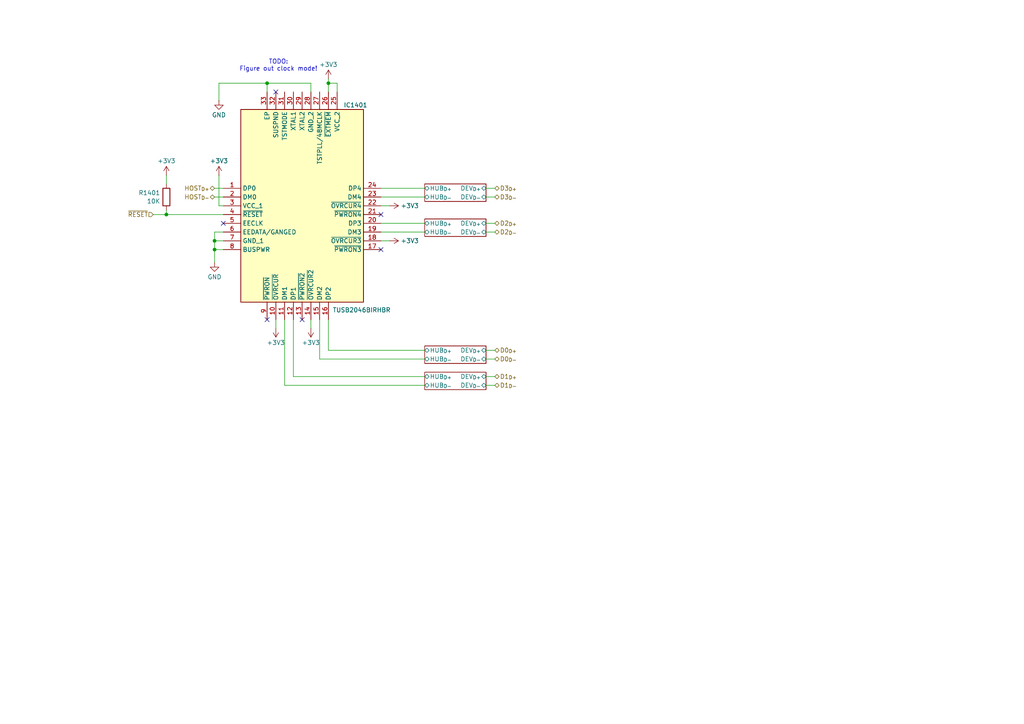
<source format=kicad_sch>
(kicad_sch (version 20231120) (generator "eeschema") (generator_version "8.0")
  (paper "A4")
  (lib_symbols
    (symbol "Device:R" (pin_numbers hide) (pin_names (offset 0))
      (property "Reference" "R" (at 2.032 0 90))
      (property "Value" "R" (at 0 0 90))
      (symbol "R_0_1"
        (rectangle (start -1.016 -2.54) (end 1.016 2.54) (stroke (width 0.254)))
      )
      (symbol "R_1_1"
        (pin passive line (at 0 3.81 270) (length 1.27) (name "~") (number "1"))
        (pin passive line (at 0 -3.81 90) (length 1.27) (name "~") (number "2"))
      )
    )
    (symbol "Home Computer:TUSB2046BIRHBR"
      (property "Reference" "IC901" (at 38.354 24.13 0))
      (property "Value" "TUSB2046BIRHBR" (at 40.132 -35.306 0))
      (symbol "TUSB2046BIRHBR_1_1"
        (rectangle (start 5.08 22.86) (end 40.64 -33.02) (stroke (width 0.254)) (fill (type background)))
        (pin passive line (at 0 0 0) (length 5.08) (name "DP0") (number "1"))
        (pin passive line (at 15.24 -38.1 90) (length 5.08) (name "~{OVRCUR}") (number "10"))
        (pin passive line (at 17.78 -38.1 90) (length 5.08) (name "DM1") (number "11"))
        (pin passive line (at 20.32 -38.1 90) (length 5.08) (name "DP1") (number "12"))
        (pin passive line (at 22.86 -38.1 90) (length 5.08) (name "~{PWRON2}") (number "13"))
        (pin passive line (at 25.4 -38.1 90) (length 5.08) (name "~{OVRCUR2}") (number "14"))
        (pin passive line (at 27.94 -38.1 90) (length 5.08) (name "DM2") (number "15"))
        (pin passive line (at 30.48 -38.1 90) (length 5.08) (name "DP2") (number "16"))
        (pin passive line (at 45.72 -17.78 180) (length 5.08) (name "~{PWRON3}") (number "17"))
        (pin passive line (at 45.72 -15.24 180) (length 5.08) (name "~{OVRCUR3}") (number "18"))
        (pin passive line (at 45.72 -12.7 180) (length 5.08) (name "DM3") (number "19"))
        (pin passive line (at 0 -2.54 0) (length 5.08) (name "DM0") (number "2"))
        (pin passive line (at 45.72 -10.16 180) (length 5.08) (name "DP3") (number "20"))
        (pin passive line (at 45.72 -7.62 180) (length 5.08) (name "~{PWRON4}") (number "21"))
        (pin passive line (at 45.72 -5.08 180) (length 5.08) (name "~{OVRCUR4}") (number "22"))
        (pin passive line (at 45.72 -2.54 180) (length 5.08) (name "DM4") (number "23"))
        (pin passive line (at 45.72 0 180) (length 5.08) (name "DP4") (number "24"))
        (pin passive line (at 33.02 27.94 270) (length 5.08) (name "VCC_2") (number "25"))
        (pin passive line (at 30.48 27.94 270) (length 5.08) (name "~{EXTMEM}") (number "26"))
        (pin passive line (at 27.94 27.94 270) (length 5.08) (name "TSTPLL/48MCLK") (number "27"))
        (pin passive line (at 25.4 27.94 270) (length 5.08) (name "GND_2") (number "28"))
        (pin passive line (at 22.86 27.94 270) (length 5.08) (name "XTAL2") (number "29"))
        (pin passive line (at 0 -5.08 0) (length 5.08) (name "VCC_1") (number "3"))
        (pin passive line (at 20.32 27.94 270) (length 5.08) (name "XTAL1") (number "30"))
        (pin passive line (at 17.78 27.94 270) (length 5.08) (name "TSTMODE") (number "31"))
        (pin passive line (at 15.24 27.94 270) (length 5.08) (name "SUSPND") (number "32"))
        (pin passive line (at 12.7 27.94 270) (length 5.08) (name "EP") (number "33"))
        (pin passive line (at 0 -7.62 0) (length 5.08) (name "~{RESET}") (number "4"))
        (pin passive line (at 0 -10.16 0) (length 5.08) (name "EECLK") (number "5"))
        (pin passive line (at 0 -12.7 0) (length 5.08) (name "EEDATA/GANGED") (number "6"))
        (pin passive line (at 0 -15.24 0) (length 5.08) (name "GND_1") (number "7"))
        (pin passive line (at 0 -17.78 0) (length 5.08) (name "BUSPWR") (number "8"))
        (pin passive line (at 12.7 -38.1 90) (length 5.08) (name "~{PWRON}") (number "9"))
      )
    )
    (symbol "power:+3V3" (power) (pin_numbers hide) (pin_names (offset 0) hide)
      (property "Value" "+3V3" (at 0 3.556 0))
      (symbol "+3V3_0_1"
        (polyline (pts (xy -0.762 1.27) (xy 0 2.54)))
        (polyline (pts (xy 0 0) (xy 0 2.54)))
        (polyline (pts (xy 0 2.54) (xy 0.762 1.27)))
      )
      (symbol "+3V3_1_1"
        (pin power_in line (at 0 0 90) (length 0) (name "~") (number "1"))
      )
    )
    (symbol "power:GND" (power) (pin_numbers hide) (pin_names (offset 0) hide)
      (property "Value" "GND" (at 0 -3.81 0))
      (symbol "GND_0_1"
        (polyline (pts (xy 0 0) (xy 0 -1.27) (xy 1.27 -1.27) (xy 0 -2.54) (xy -1.27 -1.27) (xy 0 -1.27)))
      )
      (symbol "GND_1_1"
        (pin power_in line (at 0 0 270) (length 0) (name "~") (number "1"))
      )
    )
  )
  (junction (at 62.23 72.39))
  (junction (at 48.26 62.23))
  (junction (at 95.25 24.13))
  (junction (at 62.23 69.85))
  (junction (at 77.47 24.13))
  (no_connect (at 77.47 92.71))
  (no_connect (at 110.49 72.39))
  (no_connect (at 110.49 62.23))
  (no_connect (at 87.63 92.71))
  (no_connect (at 80.01 26.67))
  (no_connect (at 64.77 64.77))
  (wire (pts (xy 123.19 101.6) (xy 95.25 101.6)))
  (wire (pts (xy 140.97 54.61) (xy 143.51 54.61)))
  (wire (pts (xy 110.49 69.85) (xy 113.03 69.85)))
  (wire (pts (xy 64.77 59.69) (xy 63.5 59.69)))
  (wire (pts (xy 97.79 24.13) (xy 95.25 24.13)))
  (wire (pts (xy 90.17 92.71) (xy 90.17 95.25)))
  (wire (pts (xy 140.97 104.14) (xy 143.51 104.14)))
  (wire (pts (xy 77.47 24.13) (xy 63.5 24.13)))
  (wire (pts (xy 62.23 72.39) (xy 64.77 72.39)))
  (wire (pts (xy 85.09 92.71) (xy 85.09 109.22)))
  (wire (pts (xy 123.19 109.22) (xy 85.09 109.22)))
  (wire (pts (xy 140.97 111.76) (xy 143.51 111.76)))
  (wire (pts (xy 140.97 109.22) (xy 143.51 109.22)))
  (wire (pts (xy 44.45 62.23) (xy 48.26 62.23)))
  (wire (pts (xy 62.23 67.31) (xy 62.23 69.85)))
  (wire (pts (xy 110.49 64.77) (xy 123.19 64.77)))
  (wire (pts (xy 48.26 60.96) (xy 48.26 62.23)))
  (wire (pts (xy 110.49 57.15) (xy 123.19 57.15)))
  (wire (pts (xy 110.49 67.31) (xy 123.19 67.31)))
  (wire (pts (xy 140.97 67.31) (xy 143.51 67.31)))
  (wire (pts (xy 140.97 101.6) (xy 143.51 101.6)))
  (wire (pts (xy 48.26 50.8) (xy 48.26 53.34)))
  (wire (pts (xy 64.77 67.31) (xy 62.23 67.31)))
  (wire (pts (xy 62.23 72.39) (xy 62.23 76.2)))
  (wire (pts (xy 62.23 54.61) (xy 64.77 54.61)))
  (wire (pts (xy 90.17 26.67) (xy 90.17 24.13)))
  (wire (pts (xy 110.49 54.61) (xy 123.19 54.61)))
  (wire (pts (xy 82.55 92.71) (xy 82.55 111.76)))
  (wire (pts (xy 62.23 69.85) (xy 64.77 69.85)))
  (wire (pts (xy 92.71 104.14) (xy 123.19 104.14)))
  (wire (pts (xy 48.26 62.23) (xy 64.77 62.23)))
  (wire (pts (xy 82.55 111.76) (xy 123.19 111.76)))
  (wire (pts (xy 62.23 69.85) (xy 62.23 72.39)))
  (wire (pts (xy 80.01 92.71) (xy 80.01 95.25)))
  (wire (pts (xy 77.47 26.67) (xy 77.47 24.13)))
  (wire (pts (xy 95.25 22.86) (xy 95.25 24.13)))
  (wire (pts (xy 97.79 26.67) (xy 97.79 24.13)))
  (wire (pts (xy 90.17 24.13) (xy 77.47 24.13)))
  (wire (pts (xy 95.25 92.71) (xy 95.25 101.6)))
  (wire (pts (xy 140.97 57.15) (xy 143.51 57.15)))
  (wire (pts (xy 62.23 57.15) (xy 64.77 57.15)))
  (wire (pts (xy 92.71 92.71) (xy 92.71 104.14)))
  (wire (pts (xy 63.5 24.13) (xy 63.5 29.21)))
  (wire (pts (xy 63.5 50.8) (xy 63.5 59.69)))
  (wire (pts (xy 140.97 64.77) (xy 143.51 64.77)))
  (wire (pts (xy 95.25 24.13) (xy 95.25 26.67)))
  (wire (pts (xy 110.49 59.69) (xy 113.03 59.69)))
  (text "TODO:\nFigure out clock mode!" (at 80.772 19.05 0) (effects (font (size 1.27 1.27))))
  (hierarchical_label "D1_{D-}" (shape bidirectional) (at 143.51 111.76 0))
  (hierarchical_label "D3_{D-}" (shape bidirectional) (at 143.51 57.15 0))
  (hierarchical_label "D0_{D-}" (shape bidirectional) (at 143.51 104.14 0))
  (hierarchical_label "HOST_{D-}" (shape bidirectional) (at 62.23 57.15 180))
  (hierarchical_label "D2_{D+}" (shape bidirectional) (at 143.51 64.77 0))
  (hierarchical_label "HOST_{D+}" (shape bidirectional) (at 62.23 54.61 180))
  (hierarchical_label "D2_{D-}" (shape bidirectional) (at 143.51 67.31 0))
  (hierarchical_label "D0_{D+}" (shape bidirectional) (at 143.51 101.6 0))
  (hierarchical_label "~{RESET}" (shape input) (at 44.45 62.23 180))
  (hierarchical_label "D1_{D+}" (shape bidirectional) (at 143.51 109.22 0))
  (hierarchical_label "D3_{D+}" (shape bidirectional) (at 143.51 54.61 0))
  (symbol (lib_id "power:+3V3") (at 80.01 95.25 180) (unit 1)
    (property "Reference" "#PWR01405" (effects (hide yes)))
    (property "Value" "+3V3" (at 80.01 99.3831 0))
    (property "Description" "Power symbol creates a global label with name \"+3V3\"" (effects (hide yes)))
    (instances (project "Backplane" (path "" (reference "#PWR01405") (unit 1)) (path "" (reference "#PWR0905") (unit 1))))
  )
  (symbol (lib_id "power:GND") (at 63.5 29.21 0) (unit 1)
    (property "Reference" "#PWR01403" (effects (hide yes)))
    (property "Value" "GND" (at 63.5 33.3431 0))
    (property "Description" "Power symbol creates a global label with name \"GND\" , ground" (effects (hide yes)))
    (instances (project "Backplane" (path "" (reference "#PWR01403") (unit 1)) (path "" (reference "#PWR0903") (unit 1))))
  )
  (symbol (lib_id "power:+3V3") (at 90.17 95.25 180) (unit 1)
    (property "Reference" "#PWR01406" (effects (hide yes)))
    (property "Value" "+3V3" (at 90.17 99.3831 0))
    (property "Description" "Power symbol creates a global label with name \"+3V3\"" (effects (hide yes)))
    (instances (project "Backplane" (path "" (reference "#PWR01406") (unit 1)) (path "" (reference "#PWR0906") (unit 1))))
  )
  (symbol (lib_id "Home Computer:TUSB2046BIRHBR") (at 64.77 54.61 0) (unit 1)
    (property "Reference" "IC1401" (at 103.124 30.48 0))
    (property "Value" "TUSB2046BIRHBR" (at 104.902 89.916 0))
    (property "Footprint" "Home Computer:IC_ADS125H01IRHBT" (effects (hide yes)))
    (property "Datasheet" "https://www.ti.com/general/docs/suppproductinfo.tsp?distId=10&gotoUrl=https%3A%2F%2Fwww.ti.com%2Flit%2Fgpn%2Ftusb2046b" (effects (hide yes)))
    (property "DigiKey Part No." "296-21926-1-ND" (effects (hide yes)))
    (property "TroniDex Component ID" "TUSB2046BIRHBR" (effects (hide yes)))
    (property "TroniDex Part No." "TUSB2046BIRHBR" (effects (hide yes)))
    (instances (project "Backplane" (path "" (reference "IC1401") (unit 1)) (path "" (reference "IC901") (unit 1))))
  )
  (symbol (lib_id "Device:R") (at 48.26 57.15 0) (mirror y) (unit 1)
    (property "Reference" "R1401" (at 46.482 55.9379 0) (effects (justify left)))
    (property "Value" "10K" (at 46.482 58.3621 0) (effects (justify left)))
    (property "Footprint" "Resistor_SMD:R_0603_1608Metric_Pad0.98x0.95mm_HandSolder" (effects (hide yes)))
    (instances (project "Backplane" (path "" (reference "R1401") (unit 1)) (path "" (reference "R901") (unit 1))))
  )
  (symbol (lib_id "power:GND") (at 62.23 76.2 0) (unit 1)
    (property "Reference" "#PWR01402" (effects (hide yes)))
    (property "Value" "GND" (at 62.23 80.3331 0))
    (property "Description" "Power symbol creates a global label with name \"GND\" , ground" (effects (hide yes)))
    (instances (project "Backplane" (path "" (reference "#PWR01402") (unit 1)) (path "" (reference "#PWR0902") (unit 1))))
  )
  (symbol (lib_id "power:+3V3") (at 113.03 59.69 270) (unit 1)
    (property "Reference" "#PWR01408" (effects (hide yes)))
    (property "Value" "+3V3" (at 116.205 59.69 90) (effects (justify left)))
    (property "Description" "Power symbol creates a global label with name \"+3V3\"" (effects (hide yes)))
    (instances (project "Backplane" (path "" (reference "#PWR01408") (unit 1)) (path "" (reference "#PWR0908") (unit 1))))
  )
  (symbol (lib_id "power:+3V3") (at 95.25 22.86 0) (unit 1)
    (property "Reference" "#PWR01407" (effects (hide yes)))
    (property "Value" "+3V3" (at 95.25 18.7269 0))
    (property "Description" "Power symbol creates a global label with name \"+3V3\"" (effects (hide yes)))
    (instances (project "Backplane" (path "" (reference "#PWR01407") (unit 1)) (path "" (reference "#PWR0907") (unit 1))))
  )
  (symbol (lib_id "power:+3V3") (at 63.5 50.8 0) (unit 1)
    (property "Reference" "#PWR01404" (effects (hide yes)))
    (property "Value" "+3V3" (at 63.5 46.6669 0))
    (property "Description" "Power symbol creates a global label with name \"+3V3\"" (effects (hide yes)))
    (instances (project "Backplane" (path "" (reference "#PWR01404") (unit 1)) (path "" (reference "#PWR0904") (unit 1))))
  )
  (symbol (lib_id "power:+3V3") (at 113.03 69.85 270) (unit 1)
    (property "Reference" "#PWR01409" (effects (hide yes)))
    (property "Value" "+3V3" (at 116.205 69.85 90) (effects (justify left)))
    (property "Description" "Power symbol creates a global label with name \"+3V3\"" (effects (hide yes)))
    (instances (project "Backplane" (path "" (reference "#PWR01409") (unit 1)) (path "" (reference "#PWR0909") (unit 1))))
  )
  (symbol (lib_id "power:+3V3") (at 48.26 50.8 0) (unit 1)
    (property "Reference" "#PWR01401" (effects (hide yes)))
    (property "Value" "+3V3" (at 48.26 46.6669 0))
    (property "Description" "Power symbol creates a global label with name \"+3V3\"" (effects (hide yes)))
    (instances (project "Backplane" (path "" (reference "#PWR01401") (unit 1)) (path "" (reference "#PWR0901") (unit 1))))
  )
  (sheet (at 123.19 53.34) (size 17.78 5.08) (stroke (width 0.1524))
    (property "Sheetname" "USB Terminator" (effects (hide yes)))
    (property "Sheetfile" "usb-port-terminator.kicad_sch" (effects (hide yes)))
    (pin "HUB_{D+}" bidirectional (at 123.19 54.61 180))
    (pin "HUB_{D-}" bidirectional (at 123.19 57.15 180))
    (pin "DEV_{D-}" bidirectional (at 140.97 57.15 0))
    (pin "DEV_{D+}" bidirectional (at 140.97 54.61 0))
  )
  (sheet (at 123.19 107.95) (size 17.78 5.08) (stroke (width 0.1524))
    (property "Sheetname" "USB Terminator3" (effects (hide yes)))
    (property "Sheetfile" "usb-port-terminator.kicad_sch" (effects (hide yes)))
    (pin "HUB_{D+}" bidirectional (at 123.19 109.22 180))
    (pin "HUB_{D-}" bidirectional (at 123.19 111.76 180))
    (pin "DEV_{D-}" bidirectional (at 140.97 111.76 0))
    (pin "DEV_{D+}" bidirectional (at 140.97 109.22 0))
  )
  (sheet (at 123.19 100.33) (size 17.78 5.08) (stroke (width 0.1524))
    (property "Sheetname" "USB Terminator2" (effects (hide yes)))
    (property "Sheetfile" "usb-port-terminator.kicad_sch" (effects (hide yes)))
    (pin "HUB_{D+}" bidirectional (at 123.19 101.6 180))
    (pin "HUB_{D-}" bidirectional (at 123.19 104.14 180))
    (pin "DEV_{D-}" bidirectional (at 140.97 104.14 0))
    (pin "DEV_{D+}" bidirectional (at 140.97 101.6 0))
  )
  (sheet (at 123.19 63.5) (size 17.78 5.08) (stroke (width 0.1524))
    (property "Sheetname" "USB Terminator1" (effects (hide yes)))
    (property "Sheetfile" "usb-port-terminator.kicad_sch" (effects (hide yes)))
    (pin "HUB_{D+}" bidirectional (at 123.19 64.77 180))
    (pin "HUB_{D-}" bidirectional (at 123.19 67.31 180))
    (pin "DEV_{D-}" bidirectional (at 140.97 67.31 0))
    (pin "DEV_{D+}" bidirectional (at 140.97 64.77 0))
  )
)
</source>
